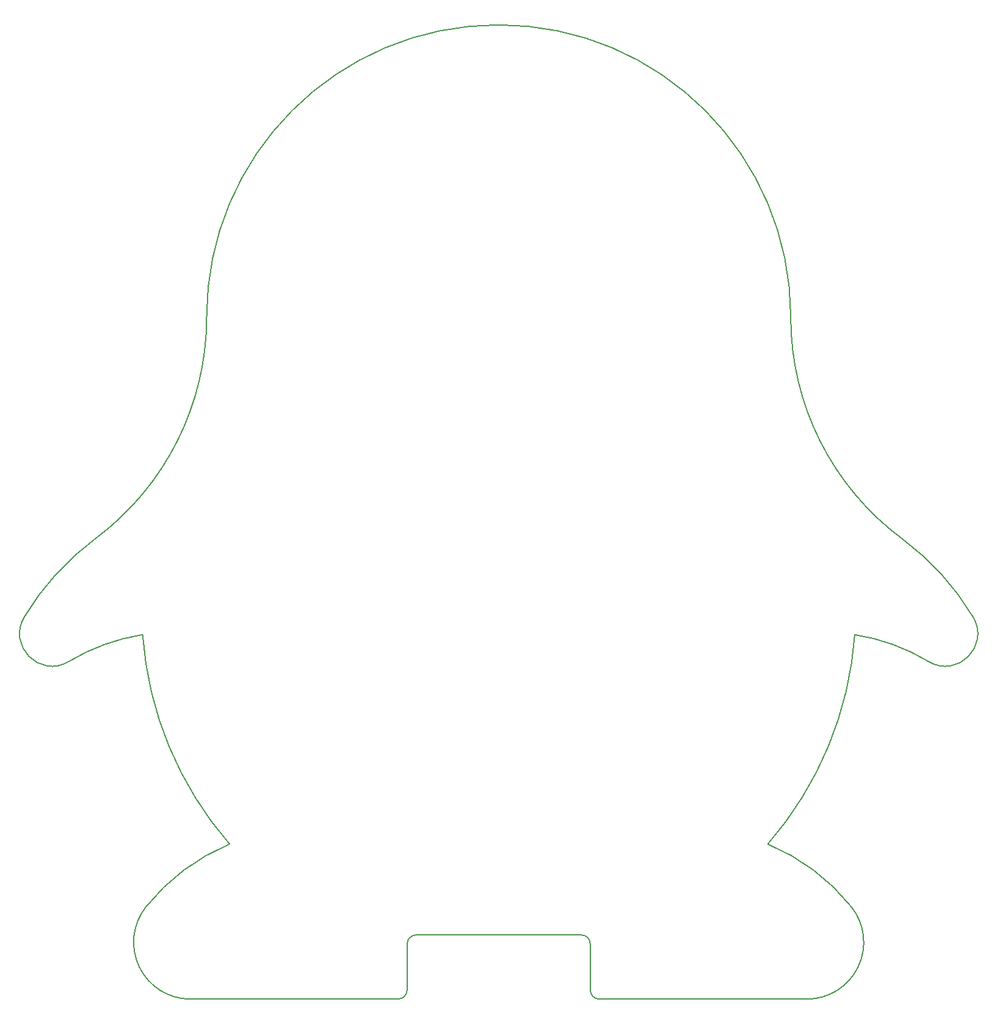
<source format=gm1>
%TF.GenerationSoftware,KiCad,Pcbnew,5.1.10-88a1d61d58~88~ubuntu18.04.1*%
%TF.CreationDate,2021-09-11T11:40:16+10:00*%
%TF.ProjectId,swag-badge,73776167-2d62-4616-9467-652e6b696361,rev?*%
%TF.SameCoordinates,PX405f7e0PYfa3044a0*%
%TF.FileFunction,Profile,NP*%
%FSLAX46Y46*%
G04 Gerber Fmt 4.6, Leading zero omitted, Abs format (unit mm)*
G04 Created by KiCad (PCBNEW 5.1.10-88a1d61d58~88~ubuntu18.04.1) date 2021-09-11 11:40:16*
%MOMM*%
%LPD*%
G01*
G04 APERTURE LIST*
%TA.AperFunction,Profile*%
%ADD10C,0.150000*%
%TD*%
G04 APERTURE END LIST*
D10*
X-108000001Y96999999D02*
G75*
G02*
X-67500000Y137500000I40500001J0D01*
G01*
X-110249999Y2499999D02*
X-82500000Y2499999D01*
X-110249999Y2499998D02*
G75*
G02*
X-116401668Y15291563I0J7875001D01*
G01*
X-116401668Y15291564D02*
G75*
G02*
X-104813593Y23973922I22550051J-18022553D01*
G01*
X-104813593Y23973922D02*
G75*
G02*
X-116875955Y52997858I37313593J32526077D01*
G01*
X-127108170Y49282306D02*
G75*
G02*
X-116875955Y52997858I14608171J-24282307D01*
G01*
X-127108170Y49282307D02*
G75*
G02*
X-133287761Y55451677I-2319758J3855998D01*
G01*
X-133287761Y55451677D02*
G75*
G02*
X-123482546Y66263937I32037762J-19201678D01*
G01*
X-108000000Y96999999D02*
G75*
G02*
X-123482546Y66263937I-38250000J0D01*
G01*
X-11517454Y66263937D02*
G75*
G02*
X-1712239Y55451677I-22232547J-30013938D01*
G01*
X-11517454Y66263937D02*
G75*
G02*
X-27000000Y96999999I22767454J30736062D01*
G01*
X-67500000Y137499999D02*
G75*
G02*
X-27000000Y96999999I0J-40500000D01*
G01*
X-24750001Y2499999D02*
X-52500000Y2500000D01*
X-18598333Y15291563D02*
G75*
G02*
X-24750001Y2499999I-6151668J-4916564D01*
G01*
X-30186406Y23973922D02*
G75*
G02*
X-18598332Y15291563I-10961977J-26704911D01*
G01*
X-18124045Y52997858D02*
G75*
G02*
X-30186407Y23973922I-49375955J3502141D01*
G01*
X-18124045Y52997858D02*
G75*
G02*
X-7891830Y49282306I-4375956J-27997859D01*
G01*
X-1712239Y55451678D02*
G75*
G02*
X-7891830Y49282306I-3859833J-2313373D01*
G01*
%TO.C,J7*%
X-54800000Y3770000D02*
X-54800000Y10120000D01*
X-56070000Y11390000D02*
X-78929999Y11390000D01*
X-80199999Y10120000D02*
X-80199999Y3770000D01*
X-81470000Y2500000D02*
X-82500000Y2500000D01*
X-53530000Y2500000D02*
X-52500000Y2500000D01*
X-80199999Y3770000D02*
G75*
G02*
X-81469999Y2500000I-1270000J0D01*
G01*
X-80199999Y10120000D02*
G75*
G02*
X-78929999Y11390000I1270000J0D01*
G01*
X-56070000Y11390000D02*
G75*
G02*
X-54800000Y10120000I0J-1270000D01*
G01*
X-53530000Y2500000D02*
G75*
G02*
X-54800000Y3770000I0J1270000D01*
G01*
%TD*%
M02*

</source>
